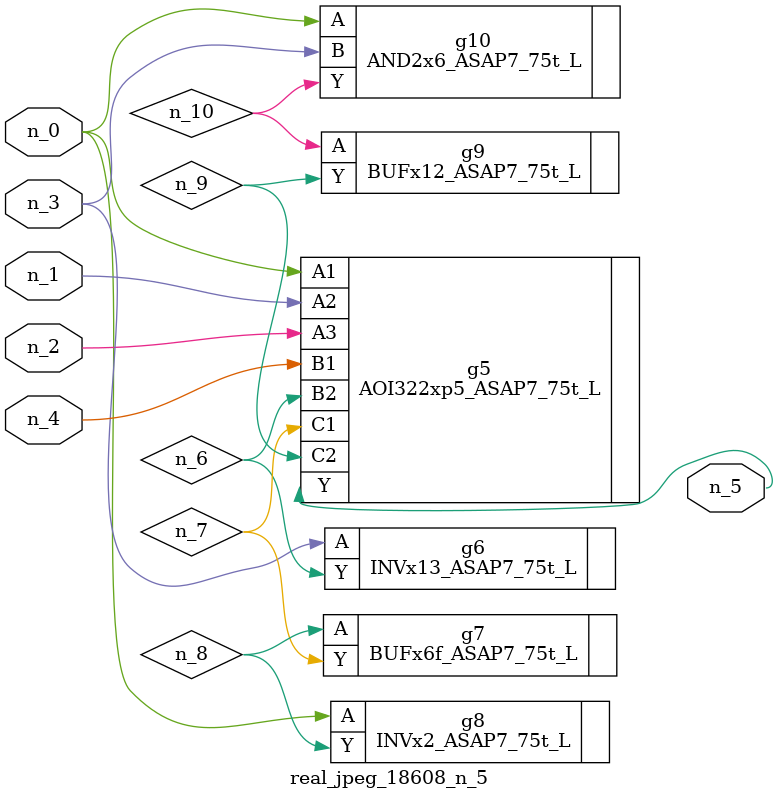
<source format=v>
module real_jpeg_18608_n_5 (n_4, n_0, n_1, n_2, n_3, n_5);

input n_4;
input n_0;
input n_1;
input n_2;
input n_3;

output n_5;

wire n_8;
wire n_6;
wire n_7;
wire n_10;
wire n_9;

AOI322xp5_ASAP7_75t_L g5 ( 
.A1(n_0),
.A2(n_1),
.A3(n_2),
.B1(n_4),
.B2(n_6),
.C1(n_7),
.C2(n_9),
.Y(n_5)
);

INVx2_ASAP7_75t_L g8 ( 
.A(n_0),
.Y(n_8)
);

AND2x6_ASAP7_75t_L g10 ( 
.A(n_0),
.B(n_3),
.Y(n_10)
);

INVx13_ASAP7_75t_L g6 ( 
.A(n_3),
.Y(n_6)
);

BUFx6f_ASAP7_75t_L g7 ( 
.A(n_8),
.Y(n_7)
);

BUFx12_ASAP7_75t_L g9 ( 
.A(n_10),
.Y(n_9)
);


endmodule
</source>
